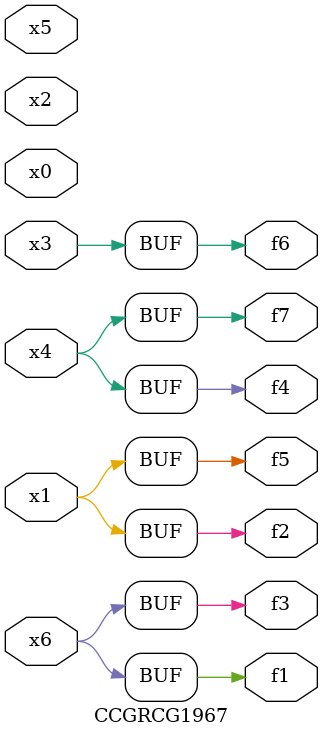
<source format=v>
module CCGRCG1967(
	input x0, x1, x2, x3, x4, x5, x6,
	output f1, f2, f3, f4, f5, f6, f7
);
	assign f1 = x6;
	assign f2 = x1;
	assign f3 = x6;
	assign f4 = x4;
	assign f5 = x1;
	assign f6 = x3;
	assign f7 = x4;
endmodule

</source>
